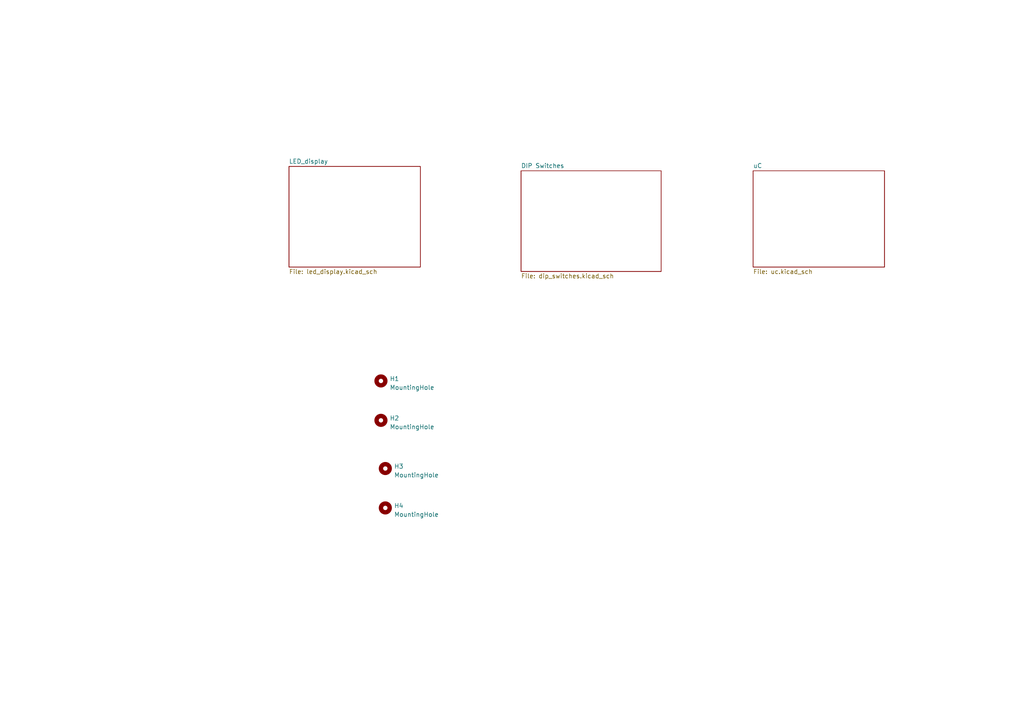
<source format=kicad_sch>
(kicad_sch (version 20230121) (generator eeschema)
  (paper "A4")
  (lib_symbols
    (symbol "Mechanical:MountingHole" (pin_names (offset 1.016))
      (property "Reference" "H" (at 0 5.08 0))
      (property "Value" "MountingHole" (at 0 3.175 0))
      (symbol "MountingHole_0_1"
        (circle (center 0 0) (radius 1.27) (stroke (width 1.27)))
      )
    )
  )
  (symbol (lib_id "Mechanical:MountingHole") (at 111.76 135.89 0) (unit 1)
    (property "Reference" "H3" (at 114.3 135.255 0) (effects (justify left)))
    (property "Value" "MountingHole" (at 114.3 137.795 0) (effects (justify left)))
    (property "Footprint" "MountingHole:MountingHole_4.3mm_M4" (effects hide))
  )
  (symbol (lib_id "Mechanical:MountingHole") (at 111.76 147.32 0) (unit 1)
    (property "Reference" "H4" (at 114.3 146.685 0) (effects (justify left)))
    (property "Value" "MountingHole" (at 114.3 149.225 0) (effects (justify left)))
    (property "Footprint" "MountingHole:MountingHole_4.3mm_M4" (effects hide))
  )
  (symbol (lib_id "Mechanical:MountingHole") (at 110.49 110.49 0) (unit 1)
    (property "Reference" "H1" (at 113.03 109.855 0) (effects (justify left)))
    (property "Value" "MountingHole" (at 113.03 112.395 0) (effects (justify left)))
    (property "Footprint" "MountingHole:MountingHole_4.3mm_M4" (effects hide))
  )
  (symbol (lib_id "Mechanical:MountingHole") (at 110.49 121.92 0) (unit 1)
    (property "Reference" "H2" (at 113.03 121.285 0) (effects (justify left)))
    (property "Value" "MountingHole" (at 113.03 123.825 0) (effects (justify left)))
    (property "Footprint" "MountingHole:MountingHole_4.3mm_M4" (effects hide))
  )
  (sheet (at 218.44 49.53) (size 38.1 27.94) (stroke (width 0.1524))
    (property "Sheetname" "uC" (at 218.44 48.8184 0) (effects (justify left bottom)))
    (property "Sheetfile" "uc.kicad_sch" (at 218.44 78.0546 0) (effects (justify left top)))
  )
  (sheet (at 83.82 48.26) (size 38.1 29.21) (stroke (width 0.1524))
    (property "Sheetname" "LED_display" (at 83.82 47.5484 0) (effects (justify left bottom)))
    (property "Sheetfile" "led_display.kicad_sch" (at 83.82 78.0546 0) (effects (justify left top)))
  )
  (sheet (at 151.13 49.53) (size 40.64 29.21) (stroke (width 0.1524))
    (property "Sheetname" "DIP Switches" (at 151.13 48.8184 0) (effects (justify left bottom)))
    (property "Sheetfile" "dip_switches.kicad_sch" (at 151.13 79.3246 0) (effects (justify left top)))
  )
)
</source>
